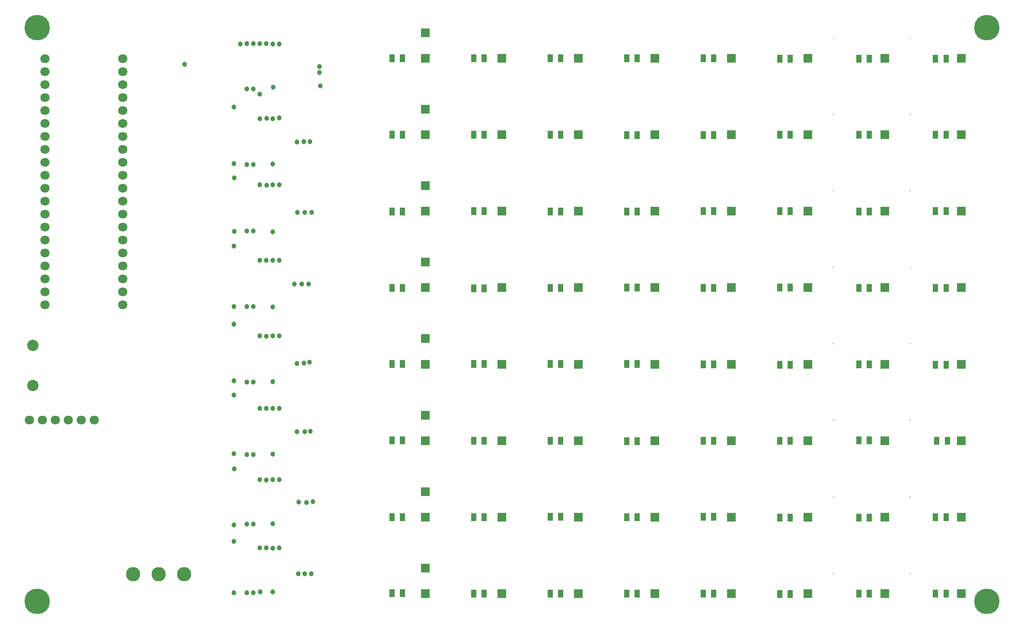
<source format=gbs>
G04*
G04 #@! TF.GenerationSoftware,Altium Limited,Altium Designer,20.1.7 (139)*
G04*
G04 Layer_Color=16711935*
%FSLAX25Y25*%
%MOIN*%
G70*
G04*
G04 #@! TF.SameCoordinates,6C4051BD-8A09-42F4-8E10-95B83C559B0F*
G04*
G04*
G04 #@! TF.FilePolarity,Negative*
G04*
G01*
G75*
%ADD24C,0.07099*%
%ADD25C,0.11036*%
%ADD26C,0.08674*%
%ADD27R,0.06800X0.06800*%
%ADD28C,0.00800*%
%ADD29C,0.03800*%
%ADD30C,0.19698*%
%ADD50R,0.04147X0.06312*%
D24*
X-293307Y412992D02*
D03*
Y402992D02*
D03*
Y392992D02*
D03*
Y382992D02*
D03*
Y372992D02*
D03*
Y362992D02*
D03*
Y352992D02*
D03*
Y342992D02*
D03*
Y332992D02*
D03*
Y322992D02*
D03*
Y312992D02*
D03*
Y302992D02*
D03*
Y292992D02*
D03*
Y282992D02*
D03*
Y272992D02*
D03*
Y262992D02*
D03*
Y252992D02*
D03*
Y242992D02*
D03*
Y232992D02*
D03*
Y222992D02*
D03*
X-233307D02*
D03*
Y232992D02*
D03*
Y242992D02*
D03*
Y252992D02*
D03*
Y262992D02*
D03*
Y272992D02*
D03*
Y282992D02*
D03*
Y292992D02*
D03*
Y302992D02*
D03*
Y312992D02*
D03*
Y322992D02*
D03*
Y332992D02*
D03*
Y342992D02*
D03*
Y352992D02*
D03*
Y362992D02*
D03*
Y372992D02*
D03*
Y382992D02*
D03*
Y392992D02*
D03*
Y402992D02*
D03*
Y412992D02*
D03*
X-305118Y133858D02*
D03*
X-295118D02*
D03*
X-285118D02*
D03*
X-275118D02*
D03*
X-265118D02*
D03*
X-255118D02*
D03*
D25*
X-185827Y14961D02*
D03*
X-205512D02*
D03*
X-225197D02*
D03*
D26*
X-302461Y160630D02*
D03*
Y191732D02*
D03*
D27*
X413386Y118110D02*
D03*
X177165D02*
D03*
X0Y0D02*
D03*
X59055D02*
D03*
X118110D02*
D03*
X177165D02*
D03*
X236221D02*
D03*
X295276D02*
D03*
X354331D02*
D03*
X413386D02*
D03*
X118110Y295276D02*
D03*
X236221Y354331D02*
D03*
X59055D02*
D03*
X0Y433071D02*
D03*
Y374016D02*
D03*
Y314961D02*
D03*
Y255906D02*
D03*
Y196850D02*
D03*
Y137795D02*
D03*
Y78740D02*
D03*
Y19685D02*
D03*
Y413386D02*
D03*
X413386D02*
D03*
X354331D02*
D03*
X295276D02*
D03*
X236221D02*
D03*
X177165D02*
D03*
X118110D02*
D03*
X59055D02*
D03*
X0Y354331D02*
D03*
X413386D02*
D03*
X354331D02*
D03*
X295276Y354232D02*
D03*
X177165Y354331D02*
D03*
X118110D02*
D03*
X0Y295276D02*
D03*
X413386D02*
D03*
X354331D02*
D03*
X295276D02*
D03*
X236221D02*
D03*
X177165D02*
D03*
X59055D02*
D03*
X0Y236221D02*
D03*
X413386D02*
D03*
X354331D02*
D03*
X295276D02*
D03*
X236221D02*
D03*
X177165D02*
D03*
X118110D02*
D03*
X59055D02*
D03*
X0Y177165D02*
D03*
X413386D02*
D03*
X354331D02*
D03*
X295276D02*
D03*
X236221D02*
D03*
X177165D02*
D03*
X118110D02*
D03*
X59055D02*
D03*
X0Y118110D02*
D03*
X354331D02*
D03*
X295276D02*
D03*
X236221D02*
D03*
X118110D02*
D03*
X59055D02*
D03*
X0Y59055D02*
D03*
X413386D02*
D03*
X354331D02*
D03*
X295276D02*
D03*
X236221D02*
D03*
X177165D02*
D03*
X118110D02*
D03*
X59055D02*
D03*
D28*
X314961Y15748D02*
D03*
X374016D02*
D03*
X314961Y74803D02*
D03*
X374016D02*
D03*
X314961Y133858D02*
D03*
X374016D02*
D03*
X314961Y192913D02*
D03*
X374016D02*
D03*
X314961Y251969D02*
D03*
X374016D02*
D03*
X314961Y311024D02*
D03*
X374016D02*
D03*
X314961Y370079D02*
D03*
X374016D02*
D03*
Y429134D02*
D03*
X314961D02*
D03*
D29*
X-117274Y391092D02*
D03*
X-88976Y349114D02*
D03*
X-93405Y349016D02*
D03*
X-98819Y348622D02*
D03*
X-87598Y294193D02*
D03*
X-92716Y294390D02*
D03*
X-98425Y294291D02*
D03*
X-89764Y238976D02*
D03*
X-95079D02*
D03*
X-100886D02*
D03*
X-89075Y178543D02*
D03*
X-93504Y177953D02*
D03*
X-99016Y177657D02*
D03*
X-88386Y125197D02*
D03*
X-92913Y125000D02*
D03*
X-98721D02*
D03*
X-112411Y424498D02*
D03*
X-117421Y424508D02*
D03*
X-122421Y424685D02*
D03*
X-127421Y424744D02*
D03*
X-132421Y424567D02*
D03*
X-137421Y424685D02*
D03*
X-142421Y424409D02*
D03*
X-112402Y367224D02*
D03*
X-117421Y366831D02*
D03*
X-122343Y366929D02*
D03*
X-127421Y366673D02*
D03*
X-117421Y331594D02*
D03*
X-112402Y315748D02*
D03*
X-117421Y315551D02*
D03*
X-122343Y315354D02*
D03*
X-127421Y315650D02*
D03*
X-117421Y279232D02*
D03*
X-112421Y257461D02*
D03*
X-117421Y257480D02*
D03*
X-122421Y257362D02*
D03*
X-127461Y257382D02*
D03*
X-117520Y221457D02*
D03*
X-112402Y199016D02*
D03*
X-117421Y199114D02*
D03*
X-122421Y198839D02*
D03*
X-127421Y198878D02*
D03*
X-117421Y163681D02*
D03*
X-112538Y143097D02*
D03*
X-117421Y143012D02*
D03*
X-122441D02*
D03*
X-127461D02*
D03*
X-117421Y107776D02*
D03*
X-112402Y87894D02*
D03*
X-117421D02*
D03*
X-122441Y87795D02*
D03*
X-127461Y87894D02*
D03*
X-117421Y53937D02*
D03*
X-86516Y71063D02*
D03*
X-91535Y70472D02*
D03*
X-97638Y70768D02*
D03*
X-112421Y35217D02*
D03*
X-117421Y35039D02*
D03*
X-122421Y35217D02*
D03*
X-127461Y35335D02*
D03*
X-87992Y15256D02*
D03*
X-92716Y15354D02*
D03*
X-97736Y15256D02*
D03*
X-117421Y1181D02*
D03*
X-147244Y321161D02*
D03*
X-147343Y279724D02*
D03*
X-147441Y164272D02*
D03*
X-147638Y207972D02*
D03*
Y40256D02*
D03*
X-147441Y787D02*
D03*
Y53150D02*
D03*
X-147343Y96358D02*
D03*
X-147421Y108071D02*
D03*
X-147539Y153347D02*
D03*
X-147441Y221654D02*
D03*
X-147638Y268406D02*
D03*
X-147421Y332106D02*
D03*
X-147638Y375787D02*
D03*
X-80709Y392126D02*
D03*
X-127559Y385827D02*
D03*
X-185433Y408661D02*
D03*
X-81496Y407087D02*
D03*
X-137402Y787D02*
D03*
Y53543D02*
D03*
Y107480D02*
D03*
Y163386D02*
D03*
Y221654D02*
D03*
Y279921D02*
D03*
Y331496D02*
D03*
Y389764D02*
D03*
X-81496Y402362D02*
D03*
X-132382Y787D02*
D03*
Y53543D02*
D03*
Y107480D02*
D03*
Y163386D02*
D03*
Y221654D02*
D03*
Y279921D02*
D03*
Y331496D02*
D03*
Y389764D02*
D03*
X-127264Y1181D02*
D03*
D30*
X433071Y437008D02*
D03*
Y-5906D02*
D03*
X-299213D02*
D03*
Y437008D02*
D03*
D50*
X-25689Y354429D02*
D03*
X-17618D02*
D03*
X-25689Y177461D02*
D03*
X-17618D02*
D03*
X-25689Y394D02*
D03*
X-17618D02*
D03*
X37303Y354429D02*
D03*
X45374D02*
D03*
X37303Y177461D02*
D03*
X45374D02*
D03*
X37303Y0D02*
D03*
X45374D02*
D03*
X96358Y354429D02*
D03*
X104429D02*
D03*
X96358Y177461D02*
D03*
X104429D02*
D03*
X96358Y0D02*
D03*
X104429D02*
D03*
X155413Y354035D02*
D03*
X163484D02*
D03*
X155413Y177461D02*
D03*
X163484D02*
D03*
X155413Y0D02*
D03*
X163484D02*
D03*
X214469Y354035D02*
D03*
X222539D02*
D03*
X214469Y177067D02*
D03*
X222539D02*
D03*
X214469Y0D02*
D03*
X222539D02*
D03*
X273524Y354331D02*
D03*
X281594D02*
D03*
X273524Y176772D02*
D03*
X281594D02*
D03*
X273524Y-295D02*
D03*
X281594D02*
D03*
X334547Y354429D02*
D03*
X342618D02*
D03*
X334547Y177067D02*
D03*
X342618D02*
D03*
X334547Y0D02*
D03*
X342618D02*
D03*
X393602Y354429D02*
D03*
X401673D02*
D03*
X393602Y176772D02*
D03*
X401673D02*
D03*
X393602Y0D02*
D03*
X401673D02*
D03*
X-25689Y58957D02*
D03*
X-17618D02*
D03*
X-25689Y413189D02*
D03*
X-17618D02*
D03*
X-25689Y236122D02*
D03*
X-17618D02*
D03*
X37303Y58957D02*
D03*
X45374D02*
D03*
X37303Y413189D02*
D03*
X45374D02*
D03*
X37303Y235728D02*
D03*
X45374D02*
D03*
X96358Y59449D02*
D03*
X104429D02*
D03*
X96358Y413386D02*
D03*
X104429D02*
D03*
X96358Y236122D02*
D03*
X104429D02*
D03*
X155413Y58957D02*
D03*
X163484D02*
D03*
X155413Y413287D02*
D03*
X163484D02*
D03*
X155413Y236417D02*
D03*
X163484D02*
D03*
X214469Y59252D02*
D03*
X222539D02*
D03*
X214469Y413484D02*
D03*
X222539D02*
D03*
X214469Y236122D02*
D03*
X222539D02*
D03*
X273524Y58760D02*
D03*
X281594D02*
D03*
X273524Y413091D02*
D03*
X281594D02*
D03*
X273524Y236417D02*
D03*
X281594D02*
D03*
X334547Y58760D02*
D03*
X342618D02*
D03*
X334547Y412992D02*
D03*
X342618D02*
D03*
X334547Y236122D02*
D03*
X342618D02*
D03*
X393602Y59153D02*
D03*
X401673D02*
D03*
X393602Y412992D02*
D03*
X401673D02*
D03*
X393602Y236122D02*
D03*
X401673D02*
D03*
X-25689Y295079D02*
D03*
X-17618D02*
D03*
X-25689Y118307D02*
D03*
X-17618D02*
D03*
X37303Y295276D02*
D03*
X45374D02*
D03*
X37303Y118110D02*
D03*
X45374D02*
D03*
X96358Y295079D02*
D03*
X104429D02*
D03*
X96358Y118110D02*
D03*
X104429D02*
D03*
X155413Y295177D02*
D03*
X163484D02*
D03*
X155413Y117717D02*
D03*
X163484D02*
D03*
X214469Y295276D02*
D03*
X222539D02*
D03*
X214469Y118110D02*
D03*
X222539D02*
D03*
X273524Y295276D02*
D03*
X281594D02*
D03*
X273524Y118110D02*
D03*
X281594D02*
D03*
X334547Y295079D02*
D03*
X342618D02*
D03*
X334547Y118504D02*
D03*
X342618D02*
D03*
X393602Y295276D02*
D03*
X401673D02*
D03*
X394587Y118110D02*
D03*
X402658D02*
D03*
M02*

</source>
